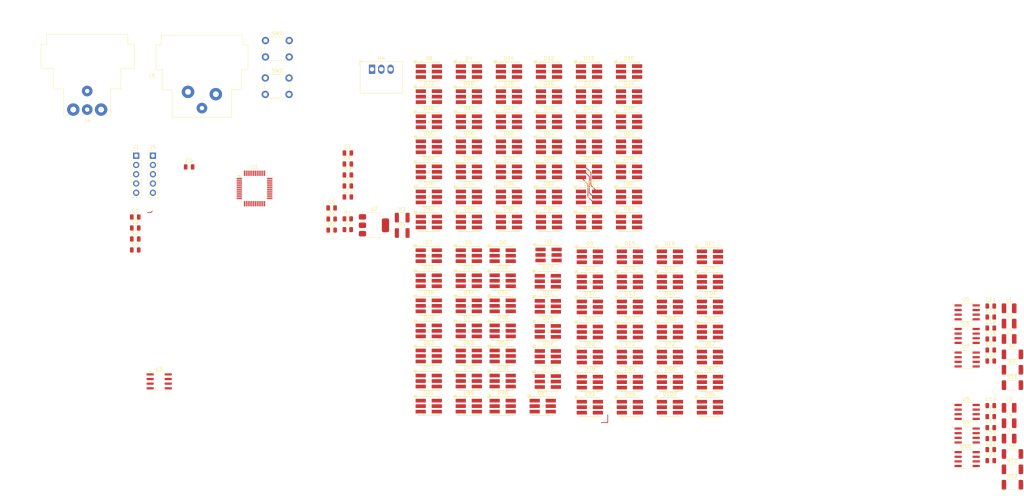
<source format=kicad_pcb>
(kicad_pcb (version 20241229) (generator "pcbnew") (generator_version "9.0")
  (layers (0 "F.Cu" signal) (2 "B.Cu" signal) (13 "F.Paste" user) (15 "B.Paste" user) (5 "F.SilkS" user "F.Silkscreen") (7 "B.SilkS" user "B.Silkscreen") (1 "F.Mask" user) (3 "B.Mask" user) (25 "Edge.Cuts" user))
  (net 0 "")
  (net 1 "GND")
  (net 2 "+3.3V")
  (net 3 "+24V")
  (net 4 "+5V")
  (net 5 "Net-(C12-Pad1)")
  (net 6 "NRST")
  (net 7 "Net-(U7-SW)")
  (net 8 "Net-(U7-BOOT)")
  (net 9 "Net-(U10-SW)")
  (net 10 "Net-(U10-BOOT)")
  (net 11 "Net-(U6-SW)")
  (net 12 "Net-(U6-BOOT)")
  (net 13 "Net-(U9-SW)")
  (net 14 "Net-(U9-BOOT)")
  (net 15 "Net-(U5-SW)")
  (net 16 "Net-(U5-BOOT)")
  (net 17 "Net-(U8-BOOT)")
  (net 18 "Net-(U8-SW)")
  (net 19 "Net-(D1-A)")
  (net 20 "Net-(D2-A)")
  (net 21 "Net-(D17-Pad6)")
  (net 22 "Net-(D17-Pad2)")
  (net 23 "Net-(D3-Pad4)")
  (net 24 "Net-(D17-Pad4)")
  (net 25 "Net-(D3-Pad6)")
  (net 26 "Net-(D3-Pad2)")
  (net 27 "Net-(D4-Pad4)")
  (net 28 "Net-(D18-Pad6)")
  (net 29 "Net-(D18-Pad4)")
  (net 30 "Net-(D4-Pad2)")
  (net 31 "Net-(D18-Pad2)")
  (net 32 "Net-(D4-Pad6)")
  (net 33 "Net-(D5-Pad2)")
  (net 34 "Net-(D19-Pad2)")
  (net 35 "Net-(D19-Pad4)")
  (net 36 "Net-(D19-Pad6)")
  (net 37 "Net-(D5-Pad4)")
  (net 38 "Net-(D5-Pad6)")
  (net 39 "Net-(D6-Pad4)")
  (net 40 "Net-(D6-Pad6)")
  (net 41 "Net-(D20-Pad6)")
  (net 42 "Net-(D20-Pad4)")
  (net 43 "Net-(D20-Pad2)")
  (net 44 "Net-(D6-Pad2)")
  (net 45 "Net-(D21-Pad2)")
  (net 46 "Net-(D7-Pad4)")
  (net 47 "Net-(D21-Pad4)")
  (net 48 "Net-(D21-Pad6)")
  (net 49 "Net-(D7-Pad6)")
  (net 50 "Net-(D7-Pad2)")
  (net 51 "Net-(D22-Pad2)")
  (net 52 "Net-(D22-Pad4)")
  (net 53 "Net-(D8-Pad6)")
  (net 54 "Net-(D22-Pad6)")
  (net 55 "Net-(D8-Pad4)")
  (net 56 "Net-(D8-Pad2)")
  (net 57 "Net-(D23-Pad6)")
  (net 58 "Net-(D23-Pad4)")
  (net 59 "Net-(D23-Pad2)")
  (net 60 "Net-(D9-Pad6)")
  (net 61 "Net-(D9-Pad2)")
  (net 62 "Net-(D9-Pad4)")
  (net 63 "Net-(D10-Pad4)")
  (net 64 "Net-(D10-Pad5)")
  (net 65 "Net-(D10-Pad2)")
  (net 66 "Net-(D10-Pad6)")
  (net 67 "Net-(D10-Pad3)")
  (net 68 "Net-(D10-Pad1)")
  (net 69 "Net-(D11-Pad2)")
  (net 70 "Net-(D11-Pad6)")
  (net 71 "Net-(D11-Pad5)")
  (net 72 "Net-(D11-Pad3)")
  (net 73 "Net-(D11-Pad1)")
  (net 74 "Net-(D11-Pad4)")
  (net 75 "Net-(D12-Pad4)")
  (net 76 "Net-(D12-Pad2)")
  (net 77 "Net-(D12-Pad5)")
  (net 78 "Net-(D12-Pad1)")
  (net 79 "Net-(D12-Pad6)")
  (net 80 "Net-(D12-Pad3)")
  (net 81 "Net-(D13-Pad4)")
  (net 82 "Net-(D13-Pad5)")
  (net 83 "Net-(D13-Pad6)")
  (net 84 "Net-(D13-Pad1)")
  (net 85 "Net-(D13-Pad2)")
  (net 86 "Net-(D13-Pad3)")
  (net 87 "Net-(D14-Pad1)")
  (net 88 "Net-(D14-Pad6)")
  (net 89 "Net-(D14-Pad4)")
  (net 90 "Net-(D14-Pad2)")
  (net 91 "Net-(D14-Pad3)")
  (net 92 "Net-(D14-Pad5)")
  (net 93 "Net-(D15-Pad1)")
  (net 94 "Net-(D15-Pad2)")
  (net 95 "Net-(D15-Pad3)")
  (net 96 "Net-(D15-Pad4)")
  (net 97 "Net-(D15-Pad6)")
  (net 98 "Net-(D15-Pad5)")
  (net 99 "Net-(D16-Pad1)")
  (net 100 "Net-(D100-Pad5)")
  (net 101 "Net-(D100-Pad3)")
  (net 102 "Net-(D16-Pad5)")
  (net 103 "Net-(D16-Pad3)")
  (net 104 "Net-(D100-Pad1)")
  (net 105 "Net-(D17-Pad5)")
  (net 106 "Net-(D17-Pad1)")
  (net 107 "Net-(D17-Pad3)")
  (net 108 "Net-(D18-Pad5)")
  (net 109 "Net-(D18-Pad3)")
  (net 110 "Net-(D18-Pad1)")
  (net 111 "Net-(D19-Pad5)")
  (net 112 "Net-(D19-Pad3)")
  (net 113 "Net-(D19-Pad1)")
  (net 114 "Net-(D20-Pad5)")
  (net 115 "Net-(D20-Pad1)")
  (net 116 "Net-(D20-Pad3)")
  (net 117 "Net-(D21-Pad3)")
  (net 118 "Net-(D21-Pad5)")
  (net 119 "Net-(D21-Pad1)")
  (net 120 "Net-(D22-Pad1)")
  (net 121 "Net-(D22-Pad3)")
  (net 122 "Net-(D22-Pad5)")
  (net 123 "Net-(D23-Pad5)")
  (net 124 "Net-(D23-Pad3)")
  (net 125 "Net-(D23-Pad1)")
  (net 126 "Net-(D24-Pad1)")
  (net 127 "Net-(D24-Pad3)")
  (net 128 "Net-(D24-Pad5)")
  (net 129 "Net-(D25-Pad1)")
  (net 130 "Net-(D25-Pad5)")
  (net 131 "Net-(D25-Pad3)")
  (net 132 "Net-(D26-Pad5)")
  (net 133 "Net-(D26-Pad3)")
  (net 134 "Net-(D26-Pad1)")
  (net 135 "Net-(D27-Pad3)")
  (net 136 "Net-(D27-Pad1)")
  (net 137 "Net-(D27-Pad5)")
  (net 138 "Net-(D28-Pad3)")
  (net 139 "Net-(D28-Pad5)")
  (net 140 "Net-(D28-Pad1)")
  (net 141 "Net-(D29-Pad3)")
  (net 142 "Net-(D29-Pad1)")
  (net 143 "Net-(D29-Pad5)")
  (net 144 "Net-(D30-Pad1)")
  (net 145 "Net-(D30-Pad5)")
  (net 146 "Net-(D30-Pad3)")
  (net 147 "Net-(D31-Pad5)")
  (net 148 "Net-(D31-Pad1)")
  (net 149 "Net-(D31-Pad3)")
  (net 150 "Net-(D32-Pad3)")
  (net 151 "Net-(D32-Pad5)")
  (net 152 "Net-(D32-Pad1)")
  (net 153 "Net-(D33-Pad5)")
  (net 154 "Net-(D33-Pad3)")
  (net 155 "Net-(D33-Pad1)")
  (net 156 "Net-(D34-Pad1)")
  (net 157 "Net-(D34-Pad3)")
  (net 158 "Net-(D34-Pad5)")
  (net 159 "Net-(D35-Pad3)")
  (net 160 "Net-(D35-Pad5)")
  (net 161 "Net-(D35-Pad1)")
  (net 162 "Net-(D36-Pad3)")
  (net 163 "Net-(D36-Pad5)")
  (net 164 "Net-(D36-Pad1)")
  (net 165 "Net-(D37-Pad3)")
  (net 166 "Net-(D37-Pad5)")
  (net 167 "Net-(D37-Pad1)")
  (net 168 "Net-(D38-Pad5)")
  (net 169 "Net-(D38-Pad1)")
  (net 170 "Net-(D38-Pad3)")
  (net 171 "Net-(D39-Pad3)")
  (net 172 "Net-(D39-Pad5)")
  (net 173 "Net-(D39-Pad1)")
  (net 174 "Net-(D40-Pad3)")
  (net 175 "Net-(D40-Pad5)")
  (net 176 "Net-(D40-Pad1)")
  (net 177 "Net-(D41-Pad3)")
  (net 178 "Net-(D41-Pad5)")
  (net 179 "Net-(D41-Pad1)")
  (net 180 "Net-(D42-Pad1)")
  (net 181 "Net-(D42-Pad5)")
  (net 182 "Net-(D42-Pad3)")
  (net 183 "Net-(D43-Pad5)")
  (net 184 "Net-(D43-Pad1)")
  (net 185 "Net-(D43-Pad3)")
  (net 186 "Net-(D44-Pad3)")
  (net 187 "Net-(D44-Pad1)")
  (net 188 "Net-(D44-Pad5)")
  (net 189 "Net-(D45-Pad5)")
  (net 190 "Net-(D45-Pad3)")
  (net 191 "Net-(D45-Pad1)")
  (net 192 "Net-(D46-Pad1)")
  (net 193 "Net-(D46-Pad5)")
  (net 194 "Net-(D46-Pad3)")
  (net 195 "Net-(D47-Pad1)")
  (net 196 "Net-(D47-Pad5)")
  (net 197 "Net-(D47-Pad3)")
  (net 198 "Net-(D48-Pad1)")
  (net 199 "Net-(D48-Pad3)")
  (net 200 "Net-(D48-Pad5)")
  (net 201 "Net-(D49-Pad5)")
  (net 202 "Net-(D49-Pad3)")
  (net 203 "Net-(D49-Pad1)")
  (net 204 "Net-(D50-Pad1)")
  (net 205 "Net-(D50-Pad5)")
  (net 206 "Net-(D50-Pad3)")
  (net 207 "Net-(D51-Pad5)")
  (net 208 "Net-(D51-Pad3)")
  (net 209 "Net-(D51-Pad1)")
  (net 210 "Net-(D52-Pad3)")
  (net 211 "Net-(D52-Pad5)")
  (net 212 "Net-(D52-Pad1)")
  (net 213 "Net-(D53-Pad5)")
  (net 214 "Net-(D53-Pad3)")
  (net 215 "Net-(D53-Pad1)")
  (net 216 "Net-(D54-Pad1)")
  (net 217 "Net-(D54-Pad3)")
  (net 218 "Net-(D54-Pad5)")
  (net 219 "Net-(D55-Pad3)")
  (net 220 "Net-(D55-Pad5)")
  (net 221 "Net-(D55-Pad1)")
  (net 222 "Net-(D56-Pad5)")
  (net 223 "Net-(D56-Pad1)")
  (net 224 "Net-(D56-Pad3)")
  (net 225 "Net-(D57-Pad5)")
  (net 226 "Net-(D57-Pad3)")
  (net 227 "Net-(D57-Pad1)")
  (net 228 "Net-(D58-Pad5)")
  (net 229 "Net-(D58-Pad3)")
  (net 230 "Net-(D58-Pad1)")
  (net 231 "Net-(D59-Pad3)")
  (net 232 "Net-(D59-Pad5)")
  (net 233 "Net-(D59-Pad1)")
  (net 234 "Net-(D60-Pad5)")
  (net 235 "Net-(D60-Pad1)")
  (net 236 "Net-(D60-Pad3)")
  (net 237 "Net-(D61-Pad5)")
  (net 238 "Net-(D61-Pad1)")
  (net 239 "Net-(D61-Pad3)")
  (net 240 "Net-(D62-Pad3)")
  (net 241 "Net-(D62-Pad1)")
  (net 242 "Net-(D62-Pad5)")
  (net 243 "Net-(D63-Pad3)")
  (net 244 "Net-(D63-Pad5)")
  (net 245 "Net-(D63-Pad1)")
  (net 246 "Net-(D64-Pad3)")
  (net 247 "Net-(D64-Pad1)")
  (net 248 "Net-(D64-Pad5)")
  (net 249 "Net-(D65-Pad1)")
  (net 250 "Net-(D65-Pad3)")
  (net 251 "Net-(D65-Pad5)")
  (net 252 "Net-(D66-Pad5)")
  (net 253 "Net-(D66-Pad1)")
  (net 254 "Net-(D66-Pad3)")
  (net 255 "Net-(D67-Pad1)")
  (net 256 "Net-(D67-Pad3)")
  (net 257 "Net-(D67-Pad5)")
  (net 258 "Net-(D68-Pad5)")
  (net 259 "Net-(D68-Pad3)")
  (net 260 "Net-(D68-Pad1)")
  (net 261 "Net-(D69-Pad3)")
  (net 262 "Net-(D69-Pad5)")
  (net 263 "Net-(D69-Pad1)")
  (net 264 "Net-(D70-Pad5)")
  (net 265 "Net-(D70-Pad3)")
  (net 266 "Net-(D70-Pad1)")
  (net 267 "Net-(D71-Pad3)")
  (net 268 "Net-(D71-Pad1)")
  (net 269 "Net-(D71-Pad5)")
  (net 270 "Net-(D72-Pad3)")
  (net 271 "Net-(D72-Pad1)")
  (net 272 "Net-(D72-Pad5)")
  (net 273 "/Driver_49LED_RGB_1/G_49_Anode")
  (net 274 "/Driver_49LED_RGB_1/B_49_Anode")
  (net 275 "/Driver_49LED_RGB_1/R_49_Anode")
  (net 276 "/Driver_49LED_RGB_2/B_49_Anode")
  (net 277 "/Driver_49LED_RGB_2/G_49_Anode")
  (net 278 "/Driver_49LED_RGB_2/R_49_Anode")
  (net 279 "SWCLK")
  (net 280 "SWDIO")
  (net 281 "DMX_P")
  (net 282 "DMX_N")
  (net 283 "Ecr_SCL")
  (net 284 "Ecr_SDA")
  (net 285 "Net-(U1-BOOT0)")
  (net 286 "LED_1")
  (net 287 "LED_2")
  (net 288 "Net-(U6-RON)")
  (net 289 "Net-(U6-VIN)")
  (net 290 "Net-(U9-RON)")
  (net 291 "Net-(U9-VIN)")
  (net 292 "Net-(U7-VIN)")
  (net 293 "Net-(U7-RON)")
  (net 294 "Net-(U10-RON)")
  (net 295 "Net-(U10-VIN)")
  (net 296 "Net-(U5-RON)")
  (net 297 "Net-(U5-VIN)")
  (net 298 "Net-(U8-VIN)")
  (net 299 "Net-(U8-RON)")
  (net 300 "BOUTTON_1")
  (net 301 "BOUTTON_2")
  (net 302 "DMX_RX")
  (net 308 "LEDR2")
  (net 309 "LEDR1")
  (net 310 "LEDB1")
  (net 311 "LEDG1")
  (net 313 "LEDB2")
  (net 316 "LEDG2")
  (footprint "LED:WL-SFTW_5050_PLCC6" (layer "F.Cu") (at 178.455 86.6125)
    (property "Reference" "D84")
    (property "Value" "WL-SFTW_5050_PLCC6")
  )
  (footprint "LED:WL-SFTW_5050_PLCC6" (layer "F.Cu") (at 200.6 130.454)
    (property "Reference" "D65")
    (property "Value" "WL-SFTW_5050_PLCC6")
  )
  (footprint "LED:WL-SFTW_5050_PLCC6" (layer "F.Cu") (at 222.52 137.3175)
    (property "Reference" "D86")
    (property "Value" "WL-SFTW_5050_PLCC6")
  )
  (footprint "Capacitor_SMD:C_0805_2012Metric" (layer "F.Cu") (at 134.35 80.6)
    (property "Reference" "C9")
    (property "Value" "10u")
  )
  (footprint "LED:WL-SFTW_5050_PLCC6" (layer "F.Cu") (at 167.495 59.1585)
    (property "Reference" "D18")
    (property "Value" "WL-SFTW_5050_PLCC6")
  )
  (footprint "LED:WL-SFTW_5050_PLCC6" (layer "F.Cu") (at 189.1 116.5635)
    (property "Reference" "D31")
    (property "Value" "WL-SFTW_5050_PLCC6")
  )
  (footprint "LED:WL-SFTW_5050_PLCC6" (layer "F.Cu") (at 200.375 79.749)
    (property "Reference" "D69")
    (property "Value" "WL-SFTW_5050_PLCC6")
  )
  (footprint "Capacitor_SMD:C_0805_2012Metric" (layer "F.Cu") (at 134.35 74.58)
    (property "Reference" "C7")
    (property "Value" "100n")
  )
  (footprint "LED:WL-SFTW_5050_PLCC6" (layer "F.Cu") (at 156.535 66.022)
    (property "Reference" "D36")
    (property "Value" "WL-SFTW_5050_PLCC6")
  )
  (footprint "LED:WL-SFTW_5050_PLCC6" (layer "F.Cu") (at 233.48 123.5905)
    (property "Reference" "D53")
    (property "Value" "WL-SFTW_5050_PLCC6")
  )
  (footprint "LM3404MA:SOIC127P599X175-8N" (layer "F.Cu") (at 303.895 118.2125)
    (property "Reference" "U5")
    (property "Value" "LM3404MA")
  )
  (footprint "LED:WL-SFTW_5050_PLCC6" (layer "F.Cu") (at 156.535 86.6125)
    (property "Reference" "D78")
    (property "Value" "WL-SFTW_5050_PLCC6")
  )
  (footprint "LED:WL-SFTW_5050_PLCC6" (layer "F.Cu") (at 189.415 79.749)
    (property "Reference" "D68")
    (property "Value" "WL-SFTW_5050_PLCC6")
  )
  (footprint "Resistor_SMD:R_2010_5025Metric" (layer "F.Cu") (at 316.28 161.19)
    (property "Reference" "R10")
    (property "Value" "100k")
  )
  (footprint "LED:WL-SFTW_5050_PLCC6" (layer "F.Cu") (at 178.455 72.8855)
    (property "Reference" "D56")
    (property "Value" "WL-SFTW_5050_PLCC6")
  )
  (footprint "LED:WL-SFTW_5050_PLCC6" (layer "F.Cu") (at 167.495 79.749)
    (property "Reference" "D60")
    (property "Value" "WL-SFTW_5050_PLCC6")
  )
  (footprint "Package_TO_SOT_SMD:SOT-223-3_TabPin2" (layer "F.Cu") (at 141.5 94.375)
    (property "Reference" "U2")
    (property "Value" "AMS1117-3.3")
  )
  (footprint "LED_SMD:LED_0805_2012Metric" (layer "F.Cu") (at 129.92 92.655)
    (property "Reference" "D1")
    (property "Value" "LED")
  )
  (footprint "Resistor_SMD:R_0805_2012Metric" (layer "F.Cu") (at 134.33 95.56)
    (property "Reference" "R2")
    (property "Value" "10k")
  )
  (footprint "Button_Switch_THT:SW_PUSH_6mm" (layer "F.Cu") (at 111.8 43.8)
    (property "Reference" "SW1")
    (property "Value" "SW_Push")
  )
  (footprint "LED_SMD:LED_0805_2012Metric" (layer "F.Cu") (at 129.92 95.695)
    (property "Reference" "D2")
    (property "Value" "LED")
  )
  (footprint "LED:WL-SFTW_5050_PLCC6" (layer "F.Cu") (at 156.5 143.881)
    (property "Reference" "D91")
    (property "Value" "WL-SFTW_5050_PLCC6")
  )
  (footprint "Package_SO:SOIC-8_3.9x4.9mm_P1.27mm" (layer "F.Cu") (at 82.7 137.1)
    (property "Reference" "U3")
    (property "Value" "MAX485E")
  )
  (footprint "Capacitor_SMD:C_0805_2012Metric" (layer "F.Cu") (at 76.15 101.13)
    (property "Reference" "C4")
    (property "Value" "100n")
  )
  (footprint "Package_QFP:LQFP-48_7x7mm_P0.5mm" (layer "F.Cu") (at 108.8 84.3)
    (property "Reference" "U1")
    (property "Value" "STM32F103C6Tx")
  )
  (footprint "LED:WL-SFTW_5050_PLCC6" (layer "F.Cu") (at 167.46 137.0175)
    (property "Reference" "D75")
    (property "Value" "WL-SFTW_5050_PLCC6")
  )
  (footprint "Capacitor_SMD:C_0805_2012Metric" (layer "F.Cu") (at 310.35 143.75)
    (property "Reference" "C13")
    (property "Value" "100n")
  )
  (footprint "LED:WL-SFTW_5050_PLCC6" (layer "F.Cu") (at 176.74 130.154)
    (property "Reference" "D62")
    (property "Value" "WL-SFTW_5050_PLCC6")
  )
  (footprint "LED:WL-SFTW_5050_PLCC6" (layer "F.Cu") (at 156.5 109.5635)
    (property "Reference" "D21")
    (property "Value" "WL-SFTW_5050_PLCC6")
  )
  (footprint "LM3404MA:SOIC127P599X175-8N" (layer "F.Cu") (at 303.895 151.9275)
    (property "Reference" "U9")
    (property "Value" "LM3404MA")
  )
  (footprint "LM3404MA:SOIC127P599X175-8N" (layer "F.Cu") (at 303.895 145.4725)
    (property "Reference" "U8")
    (property "Value" "LM3404MA")
  )
  (footprint "LED:WL-SFTW_5050_PLCC6" (layer "F.Cu") (at 189.1 109.7)
    (property "Reference" "D17")
    (property "Value" "WL-SFTW_5050_PLCC6")
  )
  (footprint "LED:WL-SFTW_5050_PLCC6" (layer "F.Cu") (at 178.455 52.295)
    (property "Reference" "D14")
    (property "Value" "WL-SFTW_5050_PLCC6")
  )
  (footprint "Resistor_SMD:R_2010_5025Metric" (layer "F.Cu") (at 316.28 129.72)
    (property "Reference" "R7")
    (property "Value" "100k")
  )
  (footprint "Resistor_SMD:R_0805_2012Metric" (layer "F.Cu") (at 134.33 92.61)
    (property "Reference" "R1")
    (property "Value" "10k")
  )
  (footprint "Inductor_SMD:L_1210_3225Metric" (layer "F.Cu") (at 315.38 125.51)
    (property "Reference" "L5")
    (property "Value" "50u")
  )
  (footprint "Capacitor_SMD:C_0805_2012Metric" (layer "F.Cu") (at 310.35 149.77)
    (property "Reference" "C17")
    (property "Value" "100n")
  )
  (footprint "LED:WL-SFTW_5050_PLCC6" (layer "F.Cu") (at 156.535 79.749)
    (property "Reference" "D64")
    (property "Value" "WL-SFTW_5050_PLCC6")
  )
  (footprint "LED:WL-SFTW_5050_PLCC6" (layer "F.Cu") (at 233.48 130.454)
    (property "Reference" "D67")
    (property "Value" "WL-SFTW_5050_PLCC6")
  )
  (footprint "LED:WL-SFTW_5050_PLCC6" (layer "F.Cu") (at 211.335 79.749)
    (property "Reference" "D66")
    (property "Value" "WL-SFTW_5050_PLCC6")
  )
  (footprint "LED:WL-SFTW_5050_PLCC6" (layer "F.Cu") (at 200.6 144.181)
    (property "Reference" "D93")
    (property "Value" "WL-SFTW_5050_PLCC6")
  )
  (footprint "LED:WL-SFTW_5050_PLCC6" (layer "F.Cu") (at 200.375 86.6125)
    (property "Reference" "D83")
    (property "Value" "WL-SFTW_5050_PLCC6")
  )
  (footprint "Inductor_SMD:L_1210_3225Metric" (layer "F.Cu") (at 315.38 144.35)
    (property "Reference" "L2")
    (property "Value" "50u")
  )
  (footprint "LED:WL-SFTW_5050_PLCC6" (layer "F.Cu") (at 167.495 52.295)
    (property "Reference" "D4")
    (property "Value" "WL-SFTW_5050_PLCC6")
  )
  (footprint "LED:WL-SFTW_5050_PLCC6" (layer "F.Cu") (at 211.56 130.454)
    (property "Reference" "D71")
    (property "Value" "WL-SFTW_5050_PLCC6")
  )
  (footprint "LED:WL-SFTW_5050_PLCC6" (layer "F.Cu") (at 222.52 144.181)
    (property "Reference" "D100")
    (property "Value" "WL-SFTW_5050_PLCC6")
  )
  (footprint "LM3404MA:SOIC127P599X175-8N" (layer "F.Cu") (at 303.895 124.6675)
    (property "Reference" "U6")
    (property "Value" "LM3404MA")
  )
  (footprint "LED:WL-SFTW_5050_PLCC6" (layer "F.Cu") (at 233.48 109.8635)
    (property "Reference" "D25")
    (property "Value" "WL-SFTW_5050_PLCC6")
  )
  (footprint "Capacitor_SMD:C_0805_2012Metric" (layer "F.Cu") (at 134.35 77.59)
    (property "Reference" "C8")
    (property "Value" "10u")
  )
  (footprint "LED:WL-SFTW_5050_PLCC6" (layer "F.Cu") (at 156.5 130.154)
    (property "Reference" "D63")
    (property "Value" "WL-SFTW_5050_PLCC6")
  )
  (footprint "Resistor_SMD:R_2010_5025Metric" (layer "F.Cu") (at 316.28 165.4)
    (property "Reference" "R12")
    (property "Value" "100k")
  )
  (footprint "LED:WL-SFTW_5050_PLCC6" (layer "F.Cu") (at 200.375 52.295)
    (property "Reference" "D13")
    (property "Value" "WL-SFTW_5050_PLCC6")
  )
  (footprint "LED:WL-SFTW_5050_PLCC6" (layer "F.Cu") (at 211.335 93.476)
    (property "Reference" "D94")
    (property "Value" "WL-SFTW_5050_PLCC6")
  )
  (footprint "LED:WL-SFTW_5050_PLCC6" (layer "F.Cu") (at 187.7 143.881)
    (property "Reference" "D87")
    (property "Value" "WL-SFTW_5050_PLCC6")
  )
  (footprint "LED:WL-SFTW_5050_PLCC6" (layer "F.Cu") (at 211.56 109.8635)
    (property "Reference" "D29")
    (property "Value" "WL-SFTW_5050_PLCC6")
  )
  (footprint "LED:WL-SFTW_5050_PLCC6" (layer "F.Cu") (at 189.415 66.022)
    (property "Reference" "D40")
    (property "Value" "WL-SFTW_5050_PLCC6")
  )
  (footprint "Capacitor_SMD:C_0805_2012Metric" (layer "F.Cu") (at 76.15 98.12)
    (property "Reference" "C3")
    (property "Value" "100n")
  )
  (footprint "LED:WL-SFTW_5050_PLCC6" (layer "F.Cu") (at 156.5 116.427)
    (property "Reference" "D35")
    (property "Value" "WL-SFTW_5050_PLCC6")
  )
  (footprint "Capacitor_SMD:C_0805_2012Metric" (layer "F.Cu") (at 310.35 116.49)
    (property "Reference" "C11")
    (property "Value" "100n")
  )
  (footprint "Connector_PinHeader_2.54mm:PinHeader_1x05_P2.54mm_Vertical" (layer "F.Cu") (at 80.99 75.32)
    (property "Reference" "J5")
    (property "Value" "ecran")
  )
  (footprint "Capacitor_SMD:C_0805_2012Metric" (layer "F.Cu") (at 129.9 89.63)
    (property "Reference" "C6")
    (property "Value" "100n")
  )
  (footprint "Capacitor_SMD:C_0805_2012Metric" (layer "F.Cu") (at 310.35 122.51)
    (property "Reference" "C16")
    (property "Value" "100n")
  )
  (footprint "LED:WL-SFTW_5050_PLCC6" (layer "F.Cu") (at 200.375 66.022)
    (property "Reference" "D41")
    (property "Value" "WL-SFTW_5050_PLCC6")
  )
  (footprint "LED:WL-SFTW_5050_PLCC6" (layer "F.Cu") (at 211.56 103)
    (property "Reference" "D15")
    (property "Value" "WL-SFTW_5050_PLCC6")
  )
  (footprint "Inductor_SMD:L_1210_3225Metric" (layer "F.Cu") (at 315.38 152.77)
    (property "Reference" "L6")
    (property "Value" "50u")
  )
  (footprint "LED:WL-SFTW_5050_PLCC6" (layer "F.Cu") (at 211.335 66.022)
    (property "Reference" "D38")
    (property "Value" "WL-SFTW_5050_PLCC6")
  )
  (footprint "LED:WL-SFTW_5050_PLCC6" (layer "F.Cu") (at 211.335 72.8855)
    (property "Reference" "D52")
    (property "Value" "WL-SFTW_5050_PLCC6")
  )
  (footprint "LED:WL-SFTW_5050_PLCC6" (layer "F.Cu") (at 167.495 66.022)
    (property "Reference" "D32")
    (property "Value" "WL-SFTW_5050_PLCC6")
  )
  (footprint "LED:WL-SFTW_5050_PLCC6" (layer "F.Cu") (at 156.5 123.2905)
    (property "Reference" "D49")
    (property "Value" "WL-SFTW_5050_PLCC6")
  )
  (footprint "LED:WL-SFTW_5050_PLCC6" (layer "F.Cu") (at 167.495 72.8855)
    (property "Reference" "D46")
    (property "Value" "WL-SFTW_5050_PLCC6")
  )
  (footprint "LED:WL-SFTW_5050_PLCC6" (layer "F.Cu") (at 211.56 123.5905)
    (property "Reference" "D57")
    (property "Value" "WL-SFTW_5050_PLCC6")
  )
  (footprint "Capacitor_SMD:C_0805_2012Metric" (layer "F.Cu") (at 76.15 95.11)
    (property "Reference" "C2")
    (property "Value" "100n")
  )
  (footprint "Button_Switch_THT:SW_PUSH_6mm" (layer "F.Cu") (at 111.75 54.05)
    (property "Reference" "SW2")
    (property "Value" "SW_Push")
  )
  (footprint "LED:WL-SFTW_5050_PLCC6" (layer "F.Cu") (at 178.455 66.022)
    (property "Reference" "D42")
    (property "Value" "WL-SFTW_5050_PLCC6")
  )
  (footprint "Connector_PinHeader_2.54mm:PinHeader_1x05_P2.54mm_Vertical" (layer "F.Cu") (at 76.4 75.32)
    (property "Reference" "J1")
    (property "Value" "Conn_01x05")
  )
  (footprint "LED:WL-SFTW_5050_PLCC6" (layer "F.Cu") (at 200.6 116.727)
    (property "Reference" "D37")
    (property "Value" "WL-SFTW_5050_PLCC6")
  )
  (footprint "Resistor_SMD:R_2010_5025Metric" (layer "F.Cu") (at 316.28 156.98)
    (property "Reference" "R8")
    (property "Value" "100k")
  )
  (footprint "LM3404MA:SOIC127P599X175-8N" (layer "F.Cu") (at 303.895 158.3825)
    (property "Reference" "U10")
    (property "Value" "LM3404MA")
  )
  (footprint "Inductor_SMD:L_1210_3225Metric" (layer "F.Cu") (at 315.38 117.09)
    (property "Reference" "L1")
    (property "Value" "50u")
  )
  (footprint "LED:WL-SFTW_5050_PLCC6" (layer "F.Cu") (at 189.1 137.154)
    (property "Reference" "D73")
    (property "Value" "WL-SFTW_5050_PLCC6")
  )
  (footprint "LED:WL-SFTW_5050_PLCC6" (layer "F.Cu") (at 189.415 52.295)
    (property "Reference" "D12")
    (property "Value" "WL-SFTW_5050_PLCC6")
  )
  (footprint "Inductor_SMD:L_1210_3225Metric" (layer "F.Cu") (at 315.38 148.56)
    (property "Reference" "L4")
    (property "Value" "50u")
  )
  (footprint "LED:WL-SFTW_5050_PLCC6" (layer "F.Cu") (at 176.74 102.7)
    (property "Reference" "D6")
    (property "Value" "WL-SFTW_5050_PLCC6")
  )
  (footprint "LED:WL-SFTW_5050_PLCC6" (layer "F.Cu") (at 233.48 116.727)
    (property "Reference" "D39")
    (property "Value" "WL-SFTW_5050_PLCC6")
  )
  (footprint "LED:WL-SFTW_5050_PLCC6" (layer "F.Cu") (at 167.46 143.881)
    (property "Reference" "D89")
    (property "Value" "WL-SFTW_5050_PLCC6")
  )
  (footprint "LED:WL-SFTW_5050_PLCC6" (layer "F.Cu") (at 200.6 123.5905)
    (property "Reference" "D51")
    (property "Value" "WL-SFTW_5050_PLCC6")
  )
  (footprint "LED:WL-SFTW_5050_PLCC6" (layer "F.Cu") (at 200.375 93.476)
    (property "Reference" "D97")
    (property "Value" "WL-SFTW_5050_PLCC6")
  )
  (footprint "LED:WL-SFTW_5050_PLCC6" (layer "F.Cu") (at 156.535 59.1585)
    (property "Reference" "D22")
    (property "Value" "WL-SFTW_5050_PLCC6")
  )
  (footprint "Converter_DCDC:Converter_DCDC_RECOM_R-78B-2.0_THT" (layer "F.Cu") (at 140.975 51.655)
    (property "Reference" "U4")
    (property "Value" "R-78B2.5-2.0")
  )
  (footprint "LED:WL-SFTW_5050_PLCC6" (layer "F.Cu") (at 222.52 109.8635)
    (property "Reference" "D30")
    (property "Value" "WL-SFTW_5050_PLCC6")
  )
  (footprint "Capacitor_SMD:C_0805_2012Metric" (layer "F.Cu") (at 310.35 128.53)
    (property "Reference" "C20")
    (property "Value" "100n")
  )
  (footprint "Capacitor_SMD:C_0805_2012Metric" (layer "F.Cu") (at 310.35 131.54)
    (property "Reference" "C22")
    (property "Value" "100n")
  )
  (footprint "LED:WL-SFTW_5050_PLCC6" (layer "F.Cu") (at 156.5 137.0175)
    (property "Reference" "D77")
    (property "Value" "WL-SFTW_5050_PLCC6")
  )
  (footprint "LED:WL-SFTW_5050_PLCC6" (layer "F.Cu") (at 222.52 130.454)
    (property "Reference" "D72")
    (property "Value" "WL-SFTW_5050_PLCC6")
  )
  (footprint "LED:WL-SFTW_5050_PLCC6" (layer "F.Cu") (at 189.415 72.8855)
    (property "Reference" "D54")
    (property "Value" "WL-SFTW_5050_PLCC6")
  )
  (footprint "Inductor_SMD:L_1210_3225Metric" (layer "F.Cu") (at 315.38 121.3)
    (property "Reference" "L3")
    (property "Value" "50u")
  )
  (footprint "LED:WL-SFTW_5050_PLCC6" (layer "F.Cu") (at 156.5 102.7)
    (property "Reference" "D7")
    (property "Value" "WL-SFTW_5050_PLCC6")
  )
  (footprint "LED:WL-SFTW_5050_PLCC6" (layer "F.Cu") (at 233.48 103)
    (property "Reference" "D11")
    (property "Value" "WL-SFTW_5050_PLCC6")
  )
  (footprint "LED:WL-SFTW_5050_PLCC6" (layer "F.Cu") (at 156.535 72.8855)
    (property "Reference" "D50")
    (property "Value" "WL-SFTW_5050_PLCC6")
  )
  (footprint "Resistor_SMD:R_1210_3225Metric" (layer "F.Cu") (at 149.23 96.49)
    (property "Reference" "R4")
    (property "Value" "330")
  )
  (footprint "LED:WL-SFTW_5050_PLCC6" (layer "F.Cu") (at 167.46 130.154)
    (property "Reference" "D61")
    (property "Value" "WL-SFTW_5050_PLCC6")
  )
  (footprint "Capacitor_SMD:C_0805_2012Metric" (layer "F.Cu") (at 90.9 78.4)
    (property "Reference" "C5")
    (property "Value" "1u")
  )
  (footprint "LED:WL-SFTW_5050_PLCC6" (layer "F.Cu") (at 189.415 86.6125)
    (property "Reference" "D82")
    (property "Value" "WL-SFTW_5050_PLCC6")
  )
  (footprint "LED:WL-SFTW_5050_PLCC6" (layer "F.Cu") (at 189.415 93.476)
    (property "Reference" "D96")
    (property "Value" "WL-SFTW_5050_PLCC6")
  )
  (footprint "LED:WL-SFTW_5050_PLCC6" (layer "F.Cu") (at 167.46 116.427)
    (property "Reference" "D33")
    (property "Value" "WL-SFTW_5050_PLCC6")
  )
  (footprint "Capacitor_SMD:C_0805_2012Metric" (layer "F.Cu") (at 310.35 125.52)
    (property "Reference" "C18")
    (property "Value" "100n")
  )
  (footprint "Capacitor_SMD:C_0805_2012Metric" (layer "F.Cu") (at 310.35 158.8)
    (property "Reference" "C23")
    (property "Value" "100n")
  )
  (footprint "LED:WL-SFTW_5050_PLCC6" (layer "F.Cu") (at 176.74 143.881)
    (property "Reference" "D90")
    (property "Value" "WL-SFTW_5050_PLCC6")
  )
  (footprint "Capacitor_SMD:C_0805_2012Metric" (layer "F.Cu") (at 310.35 146.76)
    (property "Reference" "C15")
    (property "Value" "100n")
  )
  (footprint "Capacitor_SMD:C_0805_2012Metric" (layer "F.Cu") (at 134.35 86.62)
    (property "Reference" "C12")
    (property "Value" "100n")
  )
  (footprint "Connector_Audio:Jack_XLR_Neutrik_NC3FAAH_Horizontal" (layer "F.Cu") (at 90.59 57.85 90)
    (property "Reference" "J3")
    (property "Value" "NC3FAAH")
  )
  (footprint "Capacitor_SMD:C_0805_2012Metric" (layer "F.Cu") (at 310.35 155.79)
    (property "Reference" "C21")
    (property "Value" "100n")
  )
  (footprint "LED:WL-SFTW_5050_PLCC6" (layer "F.Cu") (at 200.6 109.8635)
    (property "Reference" "D23")
    (property "Value" "WL-SFTW_5050_PLCC6")
  )
  (footprint "LED:WL-SFTW_5050_PLCC6" (layer "F.Cu") (at 222.52 103)
    (property "Reference" "D16")
    (property "Value" "WL-SFTW_5050_PLCC6")
  )
  (footprint "LED:WL-SFTW_5050_PLCC6" (layer "F.Cu") (at 211.56 116.727)
    (property "Reference" "D43")
    (property "Value" "WL-SFTW_5050_PLCC6")
  )
  (footprint "LED:WL-SFTW_5050_PLCC6" (layer "F.Cu") (at 211.56 137.3175)
    (property "Reference" "D85")
    (property "Value" "WL-SFTW_5050_PLCC6")
  )
  (footprint "Capacitor_SMD:C_0805_2012Metric" (layer "F.Cu") (at 310.35 119.5)
    (property "Reference" "C14")
    (property "Value" "100n")
  )
  (footprint "LED:WL-SFTW_5050_PLCC6" (layer "F.Cu") (at 176.74 116.427)
    (property "Reference" "D34")
    (property "Value" "WL-SFTW_5050_PLCC6")
  )
  (footprint "LED:WL-SFTW_5050_PLCC6" (layer "F.Cu") (at 167.495 93.476)
    (property "Reference" "D88")
    (property "Value" "WL-SFTW_5050_PLCC6")
  )
  (footprint "LED:WL-SFTW_5050_PLCC6" (layer "F.Cu") (at 167.46 123.2905)
    (property "Reference" "D47")
    (property "Value" "WL-SFTW_5050_PLCC6")
  )
  (footprint "LED:WL-SFTW_5050_PLCC6" (layer "F.Cu") (at 200.6 103)
    (property "Reference" "D9")
    (property "Value" "WL-SFTW_5050_PLCC6")
  )
  (footprint "Capacitor_SMD:C_0805_2012Metric" (layer "F.Cu") (at 134.35 83.61)
    (property "Reference" "C10")
    (property "Value" "100u")
  )
  (footprint "LED:WL-SFTW_5050_PLCC6" (layer "F.Cu") (at 178.455 59.1585)
    (property "Reference" "D28")
    (property "Value" "WL-SFTW_5050_PLCC6")
  )
  (footprint "LED:WL-SFTW_5050_PLCC6" (layer "F.Cu") (at 156.535 52.295)
    (property "Reference" "D8")
    (property "Value" "WL-SFTW_5050_PLCC6")
  )
  (footprint "LED:WL-SFTW_5050_PLCC6" (layer "F.Cu") (at 222.52 116.727)
    (property "Reference" "D44")
    (property "Value" "WL-SFTW_5050_PLCC6")
  )
  (footprint "LED:WL-SFTW_5050_PLCC6" (layer "F.Cu") (at 176.74 109.5635)
    (property "Reference" "D20")
    (property "Value" "WL-SFTW_5050_PLCC6")
  )
  (footprint "Capacitor_SMD:C_0805_2012Metric" (layer "F.Cu") (at 76.15 92.1)
    (property "Reference" "C1")
    (property "Value" "100n")
  )
  (footprint "LED:WL-SFTW_5050_PLCC6" (layer "F.Cu") (at 211.335 59.1585)
    (property "Reference" "D24")
    (property "Value" "WL-SFTW_5050_PLCC6")
  )
  (footprint "LED:WL-SFTW_5050_PLCC6" (layer "F.Cu") (at 178.455 93.476)
    (property "Reference" "D98")
    (property "Value" "WL-SFTW_5050_PLCC6")
  )
  (footprint "LED:WL-SFTW_5050_PLCC6" (layer "F.Cu") (at 233.48 144.181)
    (property "Reference" "D95")
    (property "Value" "WL-SFTW_5050_PLCC6")
  )
  (footprint "LED:WL-SFTW_5050_PLCC6" (layer "F.Cu") (at 222.52 123.5905)
    (property "Reference" "D58")
    (property "Value" "WL-SFTW_5050_PLCC6")
  )
  (footprint "LED:WL-SFTW_5050_PLCC6" (layer "F.Cu") (at 167.46 102.7)
    (property "Reference" "D5")
    (property "Value" "WL-SFTW_5050_PLCC6")
  )
  (footprint "Resistor_SMD:R_2010_5025Metric" (layer "F.Cu") (at 316.28 133.93)
    (property "Reference" "R9")
    (property "Value" "100k")
  )
  (footprint "LM3404MA:SOIC127P599X175-8N" (layer "F.Cu") (at 303.895 131.1225)
    (property "Reference" "U7")
    (property "Value" "LM3404MA")
  )
  (footprint "LED:WL-SFTW_5050_PLCC6" (layer "F.Cu") (at 211.56 144.181)
    (property "Reference" "D99")
    (property "Value" "WL-SFTW_5050_PLCC6")
  )
  (footprint "LED:WL-SFTW_5050_PLCC6" (layer "F.Cu") (at 167.46 109.5635)
    (property "Reference" "D19")
    (property "Value" "WL-SFTW_5050_PLCC6")
  )
  (footprint "LED:WL-SFTW_5050_PLCC6" (layer "F.Cu") (at 176.74 137.0175)
    (property "Reference" "D76")
    (property "Value" "WL-SFTW_5050_PLCC6")
  )
  (footprint "Resistor_SMD:R_1210_3225Metric" (layer "F.Cu") (at 149.23 92.28)
    (property "Reference" "R3")
    (property "Value" "330")
  )
  (footprint "LED:WL-SFTW_5050_PLCC6" (layer "F.Cu") (at 189.415 59.1585)
    (property "Reference" "D26")
    (property "Value" "WL-SFTW_5050_PLCC6")
  )
  (footprint "LED:WL-SFTW_5050_PLCC6" (layer "F.Cu") (at 233.48 137.3175)
    (property "Reference" "D81")
    (property "Value" "WL-SFTW_5050_PLCC6")
  )
  (footprint "LED:WL-SFTW_5050_PLCC6" (layer "F.Cu") (at 200.375 72.8855)
    (property "Reference" "D55")
    (property "Value" "WL-SFTW_5050_PLCC6")
  )
  (footprint "LED:WL-SFTW_5050_PLCC6" (layer "F.Cu") (at 211.335 86.6125)
    (property "Reference" "D80")
    (property "Value" "WL-SFTW_5050_PLCC6")
  )
  (footprint "LED:WL-SFTW_5050_PLCC6" (layer "F.Cu") (at 189.1 123.427)
    (property "Reference" "D45")
    (property "Value" "WL-SFTW_5050_PLCC6")
  )
  (footprint "LED:WL-SFTW_5050_PLCC6" (layer "F.Cu") (at 200.375 59.1585)
    (property "Reference" "D27")
    (property "Value" "WL-SFTW_5050_PLCC6")
  )
  (footprint "LED:WL-SFTW_5050_PLCC6" (layer "F.Cu") (at 200.6 137.3175)
    (property "Reference" "D79")
    (property "Value" "WL-SFTW_5050_PLCC6")
  )
  (footprint "LED:WL-SFTW_5050_PLCC6" (layer "F.Cu") (at 176.74 123.2905)
    (property "Reference" "D48")
    (property "Value" "WL-SFTW_5050_PLCC6")
  )
  (footprint "Resistor_SMD:R_2010_5025Metric" (layer "F.Cu") (at 316.28 138.14)
    (property "Reference" "R11")
    (property "Value" "100k")
  )
  (footprint "Connector_Audio:Jack_XLR_Neutrik_NC3MAAH_Horizontal" (layer "F.Cu") (at 66.8 62.7 180)
    (property "Reference" "J4")
    (property "Value" "NC3MAAH")
  )
  (footprint "LED:WL-SFTW_5050_PLCC6" (layer "F.Cu") (at 178.455 79.749)
    (property "Reference" "D70")
    (property "Value" "WL-SFTW_5050_PLCC6")
  )
  (footprint "LED:WL-SFTW_5050_PLCC6" (layer "F.Cu") (at 167.495 86.6125)
    (property "Reference" "D74")
    (property "Value" "WL-SFTW_5050_PLCC6")
  )
  (footprint "LED:WL-SFTW_5050_PLCC6" (layer "F.Cu") (at 211.335 52.295)
    (property "Reference" "D10")
    (property "Value" "WL-SFTW_5050_PLCC6")
  )
  (footprint "LED:WL-SFTW_5050_PLCC6" (layer "F.Cu") (at 189.1 130.2905)
    (property "Reference" "D59")
    (property "Value" "WL-SFTW_5050_PLCC6")
  )
  (footprint "LED:WL-SFTW_5050_PLCC6" (layer "F.Cu") (at 156.535 93.476)
    (property "Reference" "D92")
    (property "Value" "WL-SFTW_5050_PLCC6")
  )
  (footprint "Capacitor_SMD:C_0805_2012Metric" (layer "F.Cu") (at 310.35 152.78)
    (property "Reference" "C19")
    (property "Value" "100n")
  )
  (footprint "LED:WL-SFTW_5050_PLCC6" (layer "F.Cu") (at 189.3 102.5)
    (property "Reference" "D3")
    (property "Value" "WL-SFTW_5050_PLCC6")
  )
  (segment (start 205.421 148.382) (end 203.72 148.382) (width 0.2) (layer "F.Cu") (net 0))
  (segment (start 205.5 146.3) (end 205.5 148.303) (width 0.2) (layer "F.Cu") (net 0))
  (segment (start 205.5 148.303) (end 205.421 148.382) (width 0.2) (layer "F.Cu") (net 0))
  (segment (start 199.177 79.749) (end 200.473 81.045) (width 0.2) (layer "F.Cu") (net 261))
  (segment (start 198.175 79.749) (end 199.177 79.749) (width 0.2) (layer "F.Cu") (net 261))
  (segment (start 200.473 81.045) (end 200.473 85.5125) (width 0.2) (layer "F.Cu") (net 261))
  (segment (start 201.573 86.6125) (end 202.575 86.6125) (width 0.2) (layer "F.Cu") (net 261))
  (segment (start 200.473 85.5125) (end 201.573 86.6125) (width 0.2) (layer "F.Cu") (net 261))
  (segment (start 198.175 81.249) (end 200.072 83.146) (width 0.2) (layer "F.Cu") (net 262))
  (segment (start 200.072 83.146) (end 200.072 86.6115) (width 0.2) (layer "F.Cu") (net 262))
  (segment (start 201.573 88.1125) (end 202.575 88.1125) (width 0.2) (layer "F.Cu") (net 262))
  (segment (start 200.072 86.6115) (end 201.573 88.1125) (width 0.2) (layer "F.Cu") (net 262))
  (segment (start 199.177 78.249) (end 200.874 79.946) (width 0.2) (layer "F.Cu") (net 263))
  (segment (start 200.874 79.946) (end 200.874 83.4115) (width 0.2) (layer "F.Cu") (net 263))
  (segment (start 200.874 83.4115) (end 202.575 85.1125) (width 0.2) (layer "F.Cu") (net 263))
  (segment (start 198.175 78.249) (end 199.177 78.249) (width 0.2) (layer "F.Cu") (net 263))
  (segment (start 80.416 90.889) (end 80.805 90.5) (width 0.2) (layer "F.Cu") (net 282))
  (segment (start 79.529 90.889) (end 80.416 90.889) (width 0.2) (layer "F.Cu") (net 282))
)
</source>
